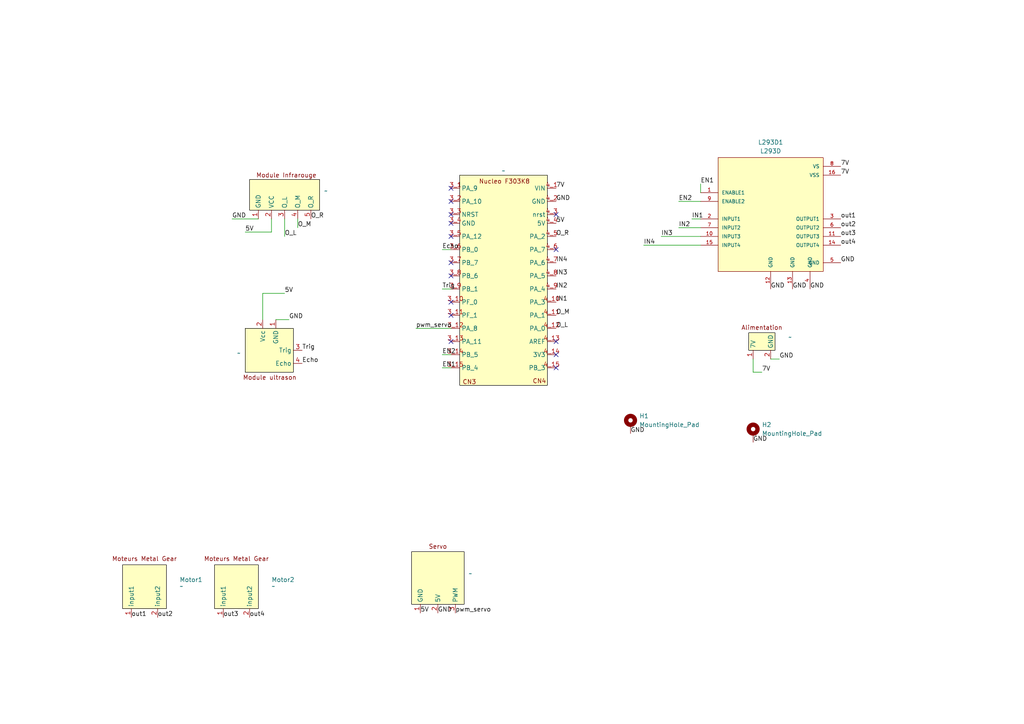
<source format=kicad_sch>
(kicad_sch (version 20231120) (generator "eeschema") (generator_version "8.0")
  (paper "A4")
  (title_block (title "Pami F303--Janus"))
  (lib_symbols
    (symbol "L293D:L293D" (pin_names (offset 1.016))
      (property "Reference" "U" (at -15.24 16.51 0))
      (property "Value" "L293D" (at -15.24 -20.32 0))
      (symbol "L293D_0_0"
        (rectangle (start -15.24 -17.78) (end 15.24 15.24) (stroke (width 0.1524)) (fill (type background)))
        (pin input line (at -20.32 5.08 0) (length 5.08) (name "ENABLE1") (number "1"))
        (pin input line (at -20.32 -7.62 0) (length 5.08) (name "INPUT3") (number "10"))
        (pin output line (at 20.32 -7.62 180) (length 5.08) (name "OUTPUT3") (number "11"))
        (pin output line (at 20.32 -10.16 180) (length 5.08) (name "OUTPUT4") (number "14"))
        (pin input line (at -20.32 -10.16 0) (length 5.08) (name "INPUT4") (number "15"))
        (pin input line (at -20.32 -2.54 0) (length 5.08) (name "INPUT1") (number "2"))
        (pin output line (at 20.32 -2.54 180) (length 5.08) (name "OUTPUT1") (number "3"))
        (pin output line (at 20.32 -5.08 180) (length 5.08) (name "OUTPUT2") (number "6"))
        (pin input line (at -20.32 -5.08 0) (length 5.08) (name "INPUT2") (number "7"))
        (pin input line (at -20.32 2.54 0) (length 5.08) (name "ENABLE2") (number "9"))
      )
      (symbol "L293D_1_0"
        (pin bidirectional line (at 0 -22.86 90) (length 5.08) (name "GND") (number "12"))
        (pin bidirectional line (at 6.35 -22.86 90) (length 5.08) (name "GND") (number "13"))
        (pin bidirectional line (at 20.32 10.16 180) (length 5.08) (name "VSS") (number "16"))
        (pin bidirectional line (at 11.43 -22.86 90) (length 5.08) (name "GND") (number "4"))
        (pin bidirectional line (at 20.32 -15.24 180) (length 5.08) (name "GND") (number "5"))
        (pin bidirectional line (at 20.32 12.7 180) (length 5.08) (name "VS") (number "8"))
      )
    )
    (symbol "Mechanical:MountingHole_Pad" (pin_numbers hide) (pin_names (offset 1.016) hide) (exclude_from_sim yes) (in_bom no)
      (property "Reference" "H" (at 0 6.35 0))
      (property "Value" "MountingHole_Pad" (at 0 4.445 0))
      (symbol "MountingHole_Pad_0_1"
        (circle (center 0 1.27) (radius 1.27) (stroke (width 1.27)))
      )
      (symbol "MountingHole_Pad_1_1"
        (pin input line (at 0 -2.54 90) (length 2.54) (name "1") (number "1"))
      )
    )
    (symbol "Moteurs_Metal_Gear_1"
      (property "Reference" "U6" (at 10.16 2.0349 0))
      (property "Value" "~" (at 10.16 0.1298 0))
      (symbol "Moteurs_Metal_Gear_1_1_1"
        (rectangle (start -6.35 6.35) (end 6.35 -6.35) (stroke (width 0) (color 4 0 0 1)) (fill (type background)))
        (text "Moteurs Metal Gear\n" (at 0 8.128 0) (effects (font (size 1.27 1.27))))
        (pin bidirectional line (at -3.81 -8.89 90) (length 2.54) (name "input1") (number "1"))
        (pin bidirectional line (at 3.81 -8.89 90) (length 2.54) (name "input2") (number "2"))
      )
    )
    (symbol "STM32NucleoF303K8:BoardNucleoF303K8"
      (symbol "BoardNucleoF303K8_1_1"
        (rectangle (start -12.7 31.75) (end 12.7 -29.21) (stroke (width 0) (color 0 0 0 1)) (fill (type background)))
        (text "CN3\n" (at -9.906 -28.194 0) (effects (font (size 1.27 1.27))))
        (text "CN4" (at 10.414 -27.94 0) (effects (font (size 1.27 1.27))))
        (text "Nucleo F303K8" (at 0.254 29.972 0) (effects (font (size 1.27 1.27))))
        (pin bidirectional line (at -15.24 27.94 0) (length 2.54) (name "PA_9") (number "3_1"))
        (pin bidirectional line (at -15.24 -5.08 0) (length 2.54) (name "PF_0") (number "3_10"))
        (pin bidirectional line (at -15.24 -8.89 0) (length 2.54) (name "PF_1") (number "3_11"))
        (pin bidirectional line (at -15.24 -12.7 0) (length 2.54) (name "PA_8") (number "3_12"))
        (pin bidirectional line (at -15.24 -16.51 0) (length 2.54) (name "PA_11") (number "3_13"))
        (pin bidirectional line (at -15.24 -20.32 0) (length 2.54) (name "PB_5") (number "3_14"))
        (pin bidirectional line (at -15.24 -24.13 0) (length 2.54) (name "PB_4") (number "3_15"))
        (pin bidirectional line (at -15.24 24.13 0) (length 2.54) (name "PA_10") (number "3_2"))
        (pin bidirectional line (at -15.24 20.32 0) (length 2.54) (name "NRST") (number "3_3"))
        (pin bidirectional line (at -15.24 17.78 0) (length 2.54) (name "GND") (number "3_4"))
        (pin bidirectional line (at -15.24 13.97 0) (length 2.54) (name "PA_12") (number "3_5"))
        (pin bidirectional line (at -15.24 10.16 0) (length 2.54) (name "PB_0") (number "3_6"))
        (pin bidirectional line (at -15.24 6.35 0) (length 2.54) (name "PB_7") (number "3_7"))
        (pin bidirectional line (at -15.24 2.54 0) (length 2.54) (name "PB_6") (number "3_8"))
        (pin bidirectional line (at -15.24 -1.27 0) (length 2.54) (name "PB_1") (number "3_9"))
        (pin bidirectional line (at 15.24 27.94 180) (length 2.54) (name "VIN") (number "4_1"))
        (pin bidirectional line (at 15.24 -5.08 180) (length 2.54) (name "PA_3") (number "4_10"))
        (pin bidirectional line (at 15.24 -8.89 180) (length 2.54) (name "PA_1") (number "4_11"))
        (pin bidirectional line (at 15.24 -12.7 180) (length 2.54) (name "PA_0") (number "4_12"))
        (pin bidirectional line (at 15.24 -16.51 180) (length 2.54) (name "AREF") (number "4_13"))
        (pin bidirectional line (at 15.24 -20.32 180) (length 2.54) (name "3V3") (number "4_14"))
        (pin bidirectional line (at 15.24 -24.13 180) (length 2.54) (name "PB_3") (number "4_15"))
        (pin bidirectional line (at 15.24 24.13 180) (length 2.54) (name "GND") (number "4_2"))
        (pin bidirectional line (at 15.24 20.32 180) (length 2.54) (name "nrst") (number "4_3"))
        (pin bidirectional line (at 15.24 17.78 180) (length 2.54) (name "5V") (number "4_4"))
        (pin bidirectional line (at 15.24 13.97 180) (length 2.54) (name "PA_2") (number "4_5"))
        (pin bidirectional line (at 15.24 10.16 180) (length 2.54) (name "PA_7") (number "4_6"))
        (pin bidirectional line (at 15.24 6.35 180) (length 2.54) (name "PA_6") (number "4_7"))
        (pin bidirectional line (at 15.24 2.54 180) (length 2.54) (name "PA_5") (number "4_8"))
        (pin bidirectional line (at 15.24 -1.27 180) (length 2.54) (name "PA_4") (number "4_9"))
      )
    )
    (symbol "nucleo-g431kb:3Way_Line_Tracker"
      (property "Value" "~" (at 11.43 0.5108 0))
      (symbol "3Way_Line_Tracker_1_1"
        (rectangle (start -10.16 3.81) (end 10.16 -5.08) (stroke (width 0) (color 2 0 0 1)) (fill (type background)))
        (text "Module Infrarouge\n" (at 0.508 5.08 0) (effects (font (size 1.27 1.27))))
        (pin bidirectional line (at -7.62 -7.62 90) (length 2.54) (name "GND") (number "1"))
        (pin bidirectional line (at -3.81 -7.62 90) (length 2.54) (name "VCC") (number "2"))
        (pin bidirectional line (at 0 -7.62 90) (length 2.54) (name "O_L") (number "3"))
        (pin bidirectional line (at 3.81 -7.62 90) (length 2.54) (name "O_M") (number "4"))
        (pin bidirectional line (at 7.62 -7.62 90) (length 2.54) (name "O_R") (number "5"))
      )
    )
    (symbol "nucleo-g431kb:Alimentation_Pami"
      (property "Value" "~" (at 7.62 1.2728 0))
      (symbol "Alimentation_Pami_1_1"
        (rectangle (start -3.81 2.54) (end 3.81 -2.54) (stroke (width 0) (color 0 0 0 1)) (fill (type background)))
        (text "Alimentation\n" (at 0 4.064 0) (effects (font (size 1.27 1.27))))
        (pin bidirectional line (at -2.54 -5.08 90) (length 2.54) (name "7V") (number "1"))
        (pin bidirectional line (at 2.54 -5.08 90) (length 2.54) (name "GND") (number "2"))
      )
    )
    (symbol "nucleo-g431kb:Module_Ultrason"
      (property "Value" "~" (at -8.89 -2.0845 0))
      (symbol "Module_Ultrason_1_1"
        (rectangle (start -7.62 5.08) (end 6.35 -7.62) (stroke (width 0) (color 0 0 0 1)) (fill (type background)))
        (text "Module ultrason" (at -0.508 -9.144 0) (effects (font (size 1.27 1.27))))
        (pin bidirectional line (at 1.27 7.62 270) (length 2.54) (name "GND") (number "1"))
        (pin bidirectional line (at -2.54 7.62 270) (length 2.54) (name "Vcc") (number "2"))
        (pin bidirectional line (at 8.89 -1.27 180) (length 2.54) (name "Trig") (number "3"))
        (pin bidirectional line (at 8.89 -5.08 180) (length 2.54) (name "Echo") (number "4"))
      )
    )
    (symbol "nucleo-g431kb:Moteurs_Metal_Gear"
      (property "Reference" "U7" (at 10.16 2.0349 0))
      (property "Value" "~" (at 10.16 0.1298 0))
      (symbol "Moteurs_Metal_Gear_1_1"
        (rectangle (start -6.35 6.35) (end 6.35 -6.35) (stroke (width 0) (color 4 0 0 1)) (fill (type background)))
        (text "Moteurs Metal Gear\n" (at 0 8.128 0) (effects (font (size 1.27 1.27))))
        (pin bidirectional line (at -3.81 -8.89 90) (length 2.54) (name "input1") (number "1"))
        (pin bidirectional line (at 3.81 -8.89 90) (length 2.54) (name "input2") (number "2"))
      )
    )
    (symbol "nucleo-g431kb:servo"
      (property "Value" "~" (at 8.89 1.2728 0))
      (symbol "servo_1_1"
        (rectangle (start -7.62 7.62) (end 7.62 -7.62) (stroke (width 0) (color 4 0 0 1)) (fill (type background)))
        (text "Servo\n" (at 0 9.144 0) (effects (font (size 1.27 1.27))))
        (pin input line (at -5.08 -10.16 90) (length 2.54) (name "GND") (number "1"))
        (pin input line (at 0 -10.16 90) (length 2.54) (name "5V") (number "2"))
        (pin input line (at 5.08 -10.16 90) (length 2.54) (name "PWM") (number "3"))
      )
    )
  )
  (no_connect (at 130.81 68.58))
  (no_connect (at 130.81 80.01))
  (no_connect (at 130.81 99.06))
  (no_connect (at 130.81 64.77))
  (no_connect (at 130.81 58.42))
  (no_connect (at 130.81 91.44))
  (no_connect (at 130.81 76.2))
  (no_connect (at 130.81 87.63))
  (no_connect (at 161.29 102.87))
  (no_connect (at 161.29 62.23))
  (no_connect (at 161.29 72.39))
  (no_connect (at 161.29 106.68))
  (no_connect (at 130.81 54.61))
  (no_connect (at 130.81 62.23))
  (no_connect (at 161.29 99.06))
  (wire (pts (xy 78.74 63.5) (xy 78.74 67.31)))
  (wire (pts (xy 86.36 66.04) (xy 86.36 63.5)))
  (wire (pts (xy 128.27 102.87) (xy 130.81 102.87)))
  (wire (pts (xy 223.52 104.14) (xy 226.06 104.14)))
  (wire (pts (xy 67.31 63.5) (xy 74.93 63.5)))
  (wire (pts (xy 191.77 68.58) (xy 203.2 68.58)))
  (wire (pts (xy 218.44 104.14) (xy 218.44 107.95)))
  (wire (pts (xy 80.01 92.71) (xy 83.82 92.71)))
  (wire (pts (xy 76.2 85.09) (xy 76.2 92.71)))
  (wire (pts (xy 200.66 63.5) (xy 203.2 63.5)))
  (wire (pts (xy 76.2 85.09) (xy 82.55 85.09)))
  (wire (pts (xy 128.27 72.39) (xy 130.81 72.39)))
  (wire (pts (xy 203.2 53.34) (xy 203.2 55.88)))
  (wire (pts (xy 196.85 66.04) (xy 203.2 66.04)))
  (wire (pts (xy 196.85 58.42) (xy 203.2 58.42)))
  (wire (pts (xy 71.12 67.31) (xy 78.74 67.31)))
  (wire (pts (xy 82.55 68.58) (xy 82.55 63.5)))
  (wire (pts (xy 128.27 106.68) (xy 130.81 106.68)))
  (wire (pts (xy 128.27 83.82) (xy 130.81 83.82)))
  (wire (pts (xy 186.69 71.12) (xy 203.2 71.12)))
  (wire (pts (xy 120.65 95.25) (xy 130.81 95.25)))
  (wire (pts (xy 218.44 107.95) (xy 220.98 107.95)))
  (label "GND" (at 182.88 125.73 0))
  (label "5V" (at 121.92 177.8 0))
  (label "IN2" (at 196.85 66.04 0))
  (label "out4" (at 243.84 71.12 0))
  (label "out4" (at 72.39 179.07 0))
  (label "out3" (at 64.77 179.07 0))
  (label "Echo" (at 128.27 72.39 0))
  (label "out1" (at 243.84 63.5 0))
  (label "GND" (at 229.87 83.82 0))
  (label "GND" (at 161.29 58.42 0))
  (label "7V" (at 243.84 48.26 0))
  (label "GND" (at 243.84 76.2 0))
  (label "GND" (at 234.95 83.82 0))
  (label "IN3" (at 161.29 80.01 0))
  (label "O_M" (at 86.36 66.04 0))
  (label "7V" (at 243.84 50.8 0))
  (label "out1" (at 38.1 179.07 0))
  (label "GND" (at 223.52 83.82 0))
  (label "IN4" (at 186.69 71.12 0))
  (label "O_L" (at 161.29 95.25 0))
  (label "GND" (at 127 177.8 0))
  (label "EN2" (at 128.27 102.87 0))
  (label "out3" (at 243.84 68.58 0))
  (label "GND" (at 218.44 128.27 0))
  (label "Trig" (at 87.63 101.6 0))
  (label "out2" (at 45.72 179.07 0))
  (label "IN3" (at 191.77 68.58 0))
  (label "O_L" (at 82.55 68.58 0))
  (label "EN2" (at 196.85 58.42 0))
  (label "5V" (at 82.55 85.09 0))
  (label "O_R" (at 161.29 68.58 0))
  (label "EN1" (at 128.27 106.68 0))
  (label "Trig" (at 128.27 83.82 0))
  (label "IN1" (at 161.29 87.63 0))
  (label "GND" (at 83.82 92.71 0))
  (label "IN2" (at 161.29 83.82 0))
  (label "IN1" (at 200.66 63.5 0))
  (label "O_M" (at 161.29 91.44 0))
  (label "GND" (at 67.31 63.5 0))
  (label "pwm_servo" (at 120.65 95.25 0))
  (label "7V" (at 161.29 54.61 0))
  (label "7V" (at 220.98 107.95 0))
  (label "5V" (at 161.29 64.77 0))
  (label "GND" (at 226.06 104.14 0))
  (label "pwm_servo" (at 132.08 177.8 0))
  (label "out2" (at 243.84 66.04 0))
  (label "5V" (at 71.12 67.31 0))
  (label "IN4" (at 161.29 76.2 0))
  (label "EN1" (at 203.2 53.34 0))
  (label "Echo" (at 87.63 105.41 0))
  (label "O_R" (at 90.17 63.5 0))
  (symbol (lib_id "Mechanical:MountingHole_Pad") (at 182.88 123.19 0) (unit 1) (exclude_from_sim yes) (in_bom no)
    (property "Reference" "H1" (at 185.42 120.6499 0) (effects (justify left)))
    (property "Value" "MountingHole_Pad" (at 185.42 123.1899 0) (effects (justify left)))
    (property "Footprint" "MountingHole:MountingHole_2.7mm_M2.5" (effects (hide yes)))
    (property "Description" "Mounting Hole with connection" (effects (hide yes)))
  )
  (symbol (lib_id "nucleo-g431kb:3Way_Line_Tracker") (at 82.55 55.88 0) (unit 1)
    (property "Reference" "Infrarouge1" (effects (hide yes)))
    (property "Value" "~" (at 93.98 55.3692 0) (effects (justify left)))
    (property "Footprint" "Connector_PinHeader_2.54mm:PinHeader_1x05_P2.54mm_Vertical" (effects (hide yes)))
  )
  (symbol (lib_id "Mechanical:MountingHole_Pad") (at 218.44 125.73 0) (unit 1) (exclude_from_sim yes) (in_bom no)
    (property "Reference" "H2" (at 220.98 123.1899 0) (effects (justify left)))
    (property "Value" "MountingHole_Pad" (at 220.98 125.7299 0) (effects (justify left)))
    (property "Footprint" "MountingHole:MountingHole_2.7mm_M2.5" (effects (hide yes)))
    (property "Description" "Mounting Hole with connection" (effects (hide yes)))
  )
  (symbol (lib_id "nucleo-g431kb:Moteurs_Metal_Gear") (at 68.58 170.18 0) (unit 1)
    (property "Reference" "Motor2" (at 78.74 168.1451 0) (effects (justify left)))
    (property "Value" "~" (at 78.74 170.0502 0) (effects (justify left)))
    (property "Footprint" "Connector_PinHeader_2.54mm:PinHeader_1x02_P2.54mm_Vertical" (effects (hide yes)))
  )
  (symbol (lib_id "nucleo-g431kb:Module_Ultrason") (at 78.74 100.33 0) (unit 1)
    (property "Reference" "Ultrason1" (effects (hide yes)))
    (property "Value" "~" (at 69.85 102.4145 0) (effects (justify right)))
    (property "Footprint" "Connector_PinHeader_2.54mm:PinHeader_1x04_P2.54mm_Vertical" (effects (hide yes)))
  )
  (symbol (lib_id "nucleo-g431kb:servo") (at 127 167.64 0) (unit 1)
    (property "Reference" "servo1" (effects (hide yes)))
    (property "Value" "~" (at 135.89 166.3672 0) (effects (justify left)))
    (property "Footprint" "Connector_PinHeader_2.54mm:PinHeader_1x03_P2.54mm_Vertical" (effects (hide yes)))
  )
  (symbol (lib_id "L293D:L293D") (at 223.52 60.96 0) (unit 1)
    (property "Reference" "L293D1" (at 223.52 41.275 0))
    (property "Value" "L293D" (at 223.52 43.815 0))
    (property "Footprint" "L293D (1):L293D_Motor_Driver" (effects (hide yes)))
    (property "B_NOM" "0.5" (effects (hide yes)))
    (property "D_MAX" "20.0" (effects (hide yes)))
    (property "E1_NOM" "7.1" (effects (hide yes)))
    (property "B_MIN" "0.5" (effects (hide yes)))
    (property "E1_MIN" "7.1" (effects (hide yes)))
    (property "B_MAX" "0.5" (effects (hide yes)))
    (property "Description_1" "\n                        \n                            Bipolar Motor Driver - Parallel 16-PowerDIP\n                        \n" (effects (hide yes)))
    (property "Price" "None" (effects (hide yes)))
    (property "ENOM" "2.54" (effects (hide yes)))
    (property "D_NOM" "20.0" (effects (hide yes)))
    (property "A_MAX" "5.1" (effects (hide yes)))
    (property "Package" "DIP-16 STMicroelectronics" (effects (hide yes)))
    (property "A_NOM" "5.1" (effects (hide yes)))
    (property "Check_prices" "https://www.snapeda.com/parts/L293D/STMicroelectronics/view-part/?ref=eda" (effects (hide yes)))
    (property "A_MIN" "5.1" (effects (hide yes)))
    (property "STANDARD" "IPC 7351B" (effects (hide yes)))
    (property "SnapEDA_Link" "https://www.snapeda.com/parts/L293D/STMicroelectronics/view-part/?ref=snap" (effects (hide yes)))
    (property "E_NOM" "8.8" (effects (hide yes)))
    (property "PIN_COUNT" "16.0" (effects (hide yes)))
    (property "MANUFACTURER" "ST Microelectronics" (effects (hide yes)))
    (property "MF" "STMicroelectronics" (effects (hide yes)))
    (property "MAXIMUM_PACKAGE_HEIGHT" "5.1mm" (effects (hide yes)))
    (property "E1_MAX" "7.1" (effects (hide yes)))
    (property "D_MIN" "20.0" (effects (hide yes)))
    (property "MP" "L293D" (effects (hide yes)))
    (property "Availability" "In Stock" (effects (hide yes)))
  )
  (symbol (lib_id "nucleo-g431kb:Alimentation_Pami") (at 220.98 99.06 0) (unit 1)
    (property "Reference" "Alimentation1" (effects (hide yes)))
    (property "Value" "~" (at 228.6 97.7872 0) (effects (justify left)))
    (property "Footprint" "Connector_PinHeader_2.54mm:PinHeader_1x02_P2.54mm_Vertical" (effects (hide yes)))
  )
  (symbol (lib_name "Moteurs_Metal_Gear_1") (lib_id "nucleo-g431kb:Moteurs_Metal_Gear") (at 41.91 170.18 0) (unit 1)
    (property "Reference" "Motor1" (at 52.07 168.1451 0) (effects (justify left)))
    (property "Value" "~" (at 52.07 170.0502 0) (effects (justify left)))
    (property "Footprint" "Connector_PinHeader_2.54mm:PinHeader_1x02_P2.54mm_Vertical" (effects (hide yes)))
  )
  (symbol (lib_id "STM32NucleoF303K8:BoardNucleoF303K8") (at 146.05 82.55 0) (unit 1)
    (property "Reference" "U1" (effects (hide yes)))
    (property "Value" "~" (at 146.05 49.53 0))
    (property "Footprint" "NUCLEO-F303K8:MODULE_NUCLEO-F303K8" (effects (hide yes)))
  )
)
</source>
